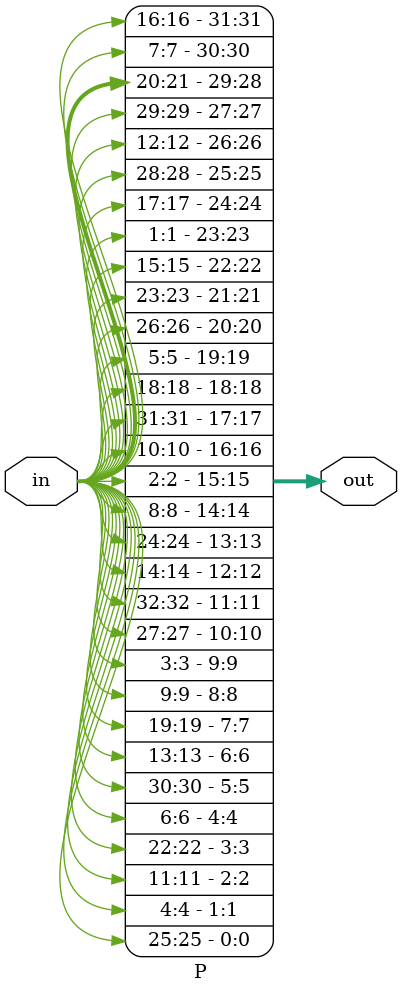
<source format=v>
module P(in, out);
  input [1:32] in;
  output [1:32] out;

  assign out[1] = in[16];
  assign out[2] = in[7];
  assign out[3] = in[20];
  assign out[4] = in[21];
  assign out[5] = in[29];
  assign out[6] = in[12];
  assign out[7] = in[28];
  assign out[8] = in[17];
  assign out[9] = in[1];
  assign out[10] = in[15];
  assign out[11] = in[23];
  assign out[12] = in[26];
  assign out[13] = in[5];
  assign out[14] = in[18];
  assign out[15] = in[31];
  assign out[16] = in[10];
  assign out[17] = in[2];
  assign out[18] = in[8];
  assign out[19] = in[24];
  assign out[20] = in[14];
  assign out[21] = in[32];
  assign out[22] = in[27];
  assign out[23] = in[3];
  assign out[24] = in[9];
  assign out[25] = in[19];
  assign out[26] = in[13];
  assign out[27] = in[30];
  assign out[28] = in[6];
  assign out[29] = in[22];
  assign out[30] = in[11];
  assign out[31] = in[4];
  assign out[32] = in[25];
endmodule

</source>
